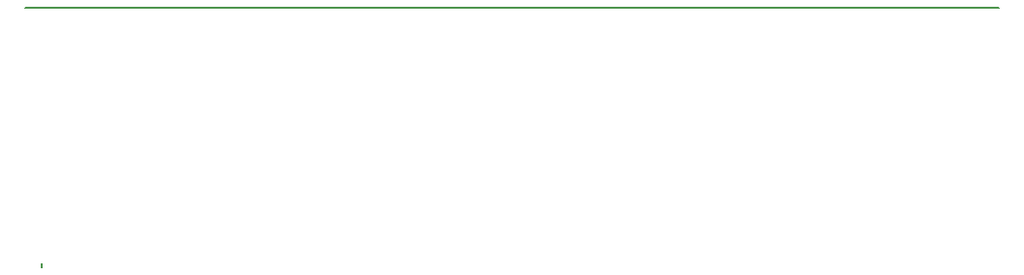
<source format=gbr>
%TF.GenerationSoftware,KiCad,Pcbnew,(6.0.11)*%
%TF.CreationDate,2023-02-05T16:51:29-06:00*%
%TF.ProjectId,MatchTester,4d617463-6854-4657-9374-65722e6b6963,rev?*%
%TF.SameCoordinates,Original*%
%TF.FileFunction,Legend,Bot*%
%TF.FilePolarity,Positive*%
%FSLAX46Y46*%
G04 Gerber Fmt 4.6, Leading zero omitted, Abs format (unit mm)*
G04 Created by KiCad (PCBNEW (6.0.11)) date 2023-02-05 16:51:29*
%MOMM*%
%LPD*%
G01*
G04 APERTURE LIST*
%ADD10C,0.200000*%
G04 APERTURE END LIST*
D10*
X125000000Y-68000000D02*
X40000000Y-68000000D01*
X41402000Y-90678000D02*
X41402000Y-90297000D01*
M02*

</source>
